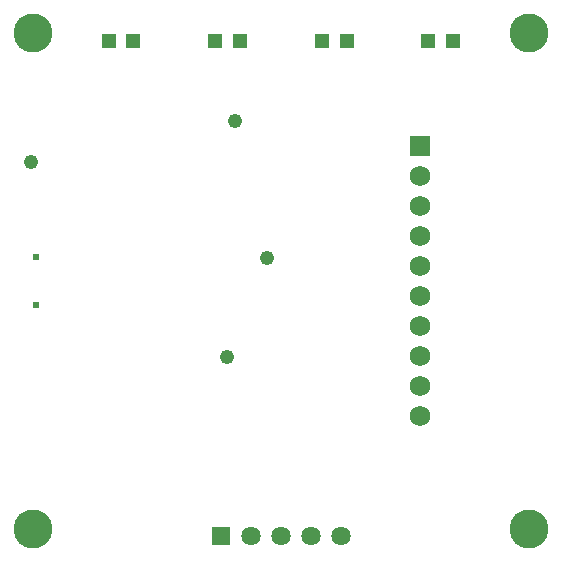
<source format=gbs>
G75*
%MOIN*%
%OFA0B0*%
%FSLAX25Y25*%
%IPPOS*%
%LPD*%
%AMOC8*
5,1,8,0,0,1.08239X$1,22.5*
%
%ADD10R,0.05124X0.05124*%
%ADD11C,0.12998*%
%ADD12C,0.02369*%
%ADD13R,0.06837X0.06837*%
%ADD14C,0.06837*%
%ADD15R,0.06424X0.06424*%
%ADD16C,0.06424*%
%ADD17C,0.04900*%
D10*
X0097114Y0241500D03*
X0105382Y0241500D03*
X0132646Y0241500D03*
X0140913Y0241500D03*
X0168177Y0241500D03*
X0176445Y0241500D03*
X0203705Y0241500D03*
X0211972Y0241500D03*
D11*
X0071866Y0078823D03*
X0237220Y0078823D03*
X0237220Y0244177D03*
X0071866Y0244177D03*
D12*
X0073008Y0169374D03*
X0073008Y0153626D03*
D13*
X0200961Y0206500D03*
D14*
X0200961Y0196500D03*
X0200961Y0186500D03*
X0200961Y0176500D03*
X0200961Y0166500D03*
X0200961Y0156500D03*
X0200961Y0146500D03*
X0200961Y0136500D03*
X0200961Y0126500D03*
X0200961Y0116500D03*
D15*
X0134543Y0076500D03*
D16*
X0144543Y0076500D03*
X0154543Y0076500D03*
X0164543Y0076500D03*
X0174543Y0076500D03*
D17*
X0136731Y0136313D03*
X0150043Y0169125D03*
X0139291Y0214835D03*
X0071106Y0201062D03*
M02*

</source>
